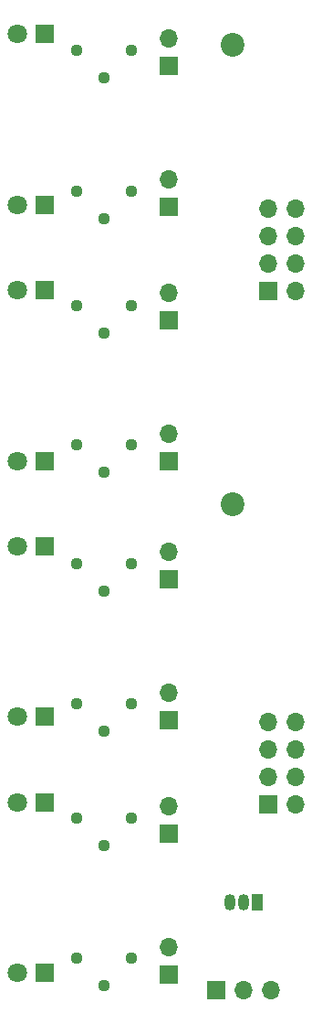
<source format=gbs>
%TF.GenerationSoftware,KiCad,Pcbnew,(5.99.0-12789-g9e557d84c6)*%
%TF.CreationDate,2021-11-25T19:19:57-08:00*%
%TF.ProjectId,Detector,44657465-6374-46f7-922e-6b696361645f,rev?*%
%TF.SameCoordinates,Original*%
%TF.FileFunction,Soldermask,Bot*%
%TF.FilePolarity,Negative*%
%FSLAX46Y46*%
G04 Gerber Fmt 4.6, Leading zero omitted, Abs format (unit mm)*
G04 Created by KiCad (PCBNEW (5.99.0-12789-g9e557d84c6)) date 2021-11-25 19:19:57*
%MOMM*%
%LPD*%
G01*
G04 APERTURE LIST*
%ADD10R,1.700000X1.700000*%
%ADD11O,1.700000X1.700000*%
%ADD12R,1.800000X1.800000*%
%ADD13C,1.800000*%
%ADD14C,2.200000*%
%ADD15C,1.120000*%
%ADD16R,1.050000X1.500000*%
%ADD17O,1.050000X1.500000*%
G04 APERTURE END LIST*
D10*
%TO.C,J3*%
X131200000Y-142060000D03*
D11*
X133740000Y-142060000D03*
X136280000Y-142060000D03*
%TD*%
D12*
%TO.C,Q8*%
X115225000Y-140460000D03*
D13*
X112685000Y-140460000D03*
%TD*%
D12*
%TO.C,Q6*%
X115225000Y-116760000D03*
D13*
X112685000Y-116760000D03*
%TD*%
D12*
%TO.C,Q1*%
X115225000Y-53560000D03*
D13*
X112685000Y-53560000D03*
%TD*%
D12*
%TO.C,Q4*%
X115225000Y-93060000D03*
D13*
X112685000Y-93060000D03*
%TD*%
D12*
%TO.C,Q3*%
X115225000Y-77260000D03*
D13*
X112685000Y-77260000D03*
%TD*%
D12*
%TO.C,Q7*%
X115225000Y-124660000D03*
D13*
X112685000Y-124660000D03*
%TD*%
D14*
%TO.C,REF\u002A\u002A*%
X132725000Y-97060000D03*
%TD*%
%TO.C,REF\u002A\u002A*%
X132725000Y-54560000D03*
%TD*%
D12*
%TO.C,Q5*%
X115225000Y-100960000D03*
D13*
X112685000Y-100960000D03*
%TD*%
D12*
%TO.C,Q2*%
X115225000Y-69360000D03*
D13*
X112685000Y-69360000D03*
%TD*%
D10*
%TO.C,J1*%
X135950000Y-77360000D03*
D11*
X138490000Y-77360000D03*
X135950000Y-74820000D03*
X138490000Y-74820000D03*
X135950000Y-72280000D03*
X138490000Y-72280000D03*
X135950000Y-69740000D03*
X138490000Y-69740000D03*
%TD*%
D10*
%TO.C,TP5*%
X126725000Y-104060000D03*
D11*
X126725000Y-101520000D03*
%TD*%
D10*
%TO.C,TP2*%
X126725000Y-69560000D03*
D11*
X126725000Y-67020000D03*
%TD*%
D10*
%TO.C,TP3*%
X126725000Y-80060000D03*
D11*
X126725000Y-77520000D03*
%TD*%
D10*
%TO.C,TP4*%
X126725000Y-93060000D03*
D11*
X126725000Y-90520000D03*
%TD*%
D15*
%TO.C,RV1*%
X118185000Y-55090000D03*
X120725000Y-57630000D03*
X123265000Y-55090000D03*
%TD*%
D16*
%TO.C,U3*%
X134995000Y-133932500D03*
D17*
X133725000Y-133932500D03*
X132455000Y-133932500D03*
%TD*%
D15*
%TO.C,RV7*%
X118185000Y-126090000D03*
X120725000Y-128630000D03*
X123265000Y-126090000D03*
%TD*%
%TO.C,RV5*%
X118185000Y-102590000D03*
X120725000Y-105130000D03*
X123265000Y-102590000D03*
%TD*%
D10*
%TO.C,TP8*%
X126725000Y-140560000D03*
D11*
X126725000Y-138020000D03*
%TD*%
D15*
%TO.C,RV3*%
X118185000Y-78670000D03*
X120725000Y-81210000D03*
X123265000Y-78670000D03*
%TD*%
%TO.C,RV8*%
X118185000Y-139090000D03*
X120725000Y-141630000D03*
X123265000Y-139090000D03*
%TD*%
D10*
%TO.C,TP6*%
X126725000Y-117060000D03*
D11*
X126725000Y-114520000D03*
%TD*%
D15*
%TO.C,RV2*%
X118185000Y-68090000D03*
X120725000Y-70630000D03*
X123265000Y-68090000D03*
%TD*%
%TO.C,RV6*%
X118185000Y-115540000D03*
X120725000Y-118080000D03*
X123265000Y-115540000D03*
%TD*%
D10*
%TO.C,TP7*%
X126725000Y-127560000D03*
D11*
X126725000Y-125020000D03*
%TD*%
D15*
%TO.C,RV4*%
X118185000Y-91590000D03*
X120725000Y-94130000D03*
X123265000Y-91590000D03*
%TD*%
D10*
%TO.C,J2*%
X135950000Y-124860000D03*
D11*
X138490000Y-124860000D03*
X135950000Y-122320000D03*
X138490000Y-122320000D03*
X135950000Y-119780000D03*
X138490000Y-119780000D03*
X135950000Y-117240000D03*
X138490000Y-117240000D03*
%TD*%
D10*
%TO.C,TP1*%
X126725000Y-56560000D03*
D11*
X126725000Y-54020000D03*
%TD*%
M02*

</source>
